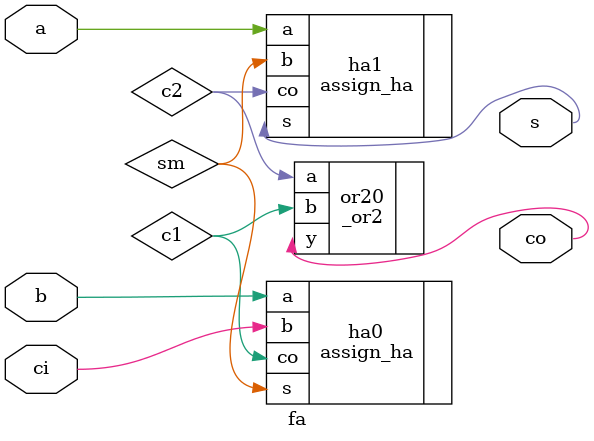
<source format=v>
module fa(a, b, ci, co, s); // rca  

	input a, b, ci; //input ports
	output co, s; // output ports

	assign_ha ha0(.s(sm), .co(c1), .a(b), .b(ci)); 	// Instantiate a half adder 'ha0'
	assign_ha ha1(.s(s), .co(c2), .a(a), .b(sm)); // Instantiate a half adder 'ha1'

	_or2 or20(.y(co), .a(c2), .b(c1)); // Instantiate an OR gate 'or20'

	
endmodule


</source>
